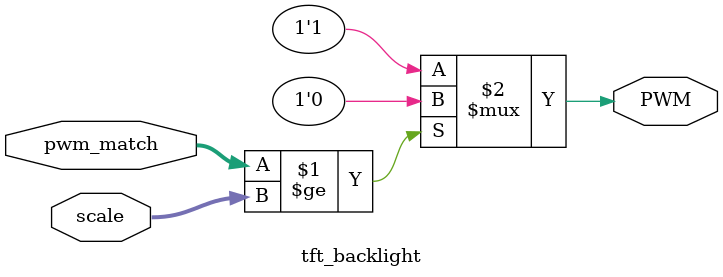
<source format=v>
module tft_backlight(
	
	input	[3:0]	scale,
	input	[3:0]	pwm_match,	// bit 10-7 from counter
	output			PWM
);
	
	assign PWM = (pwm_match >= scale) ? 1'b0 : 1'b1;
	
endmodule

</source>
